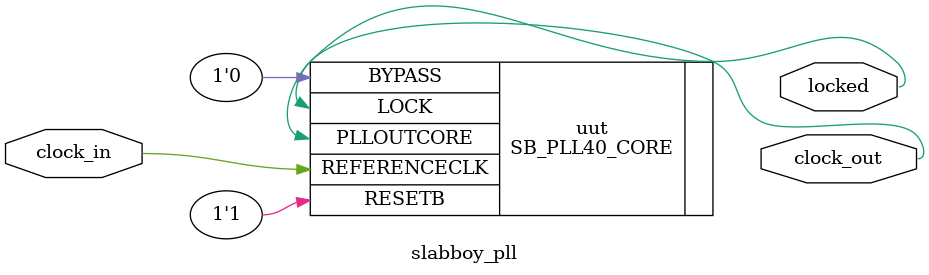
<source format=v>
/**
 * PLL configuration
 *
 * This Verilog module was generated automatically
 * using the icepll tool from the IceStorm project.
 * Use at your own risk.
 *
 * Given input frequency:        25.000 MHz
 * Requested output frequency:   16.000 MHz
 * Achieved output frequency:    16.016 MHz
 */

module slabboy_pll(
	input  clock_in,
	output clock_out,
	output locked
	);

SB_PLL40_CORE #(
		.FEEDBACK_PATH("SIMPLE"),
		.DIVR(4'b0000),		// DIVR =  0
		.DIVF(7'b0101000),	// DIVF = 40
		.DIVQ(3'b110),		// DIVQ =  6
		.FILTER_RANGE(3'b010)	// FILTER_RANGE = 2
	) uut (
		.LOCK(locked),
		.RESETB(1'b1),
		.BYPASS(1'b0),
		.REFERENCECLK(clock_in),
		.PLLOUTCORE(clock_out)
		);

endmodule

</source>
